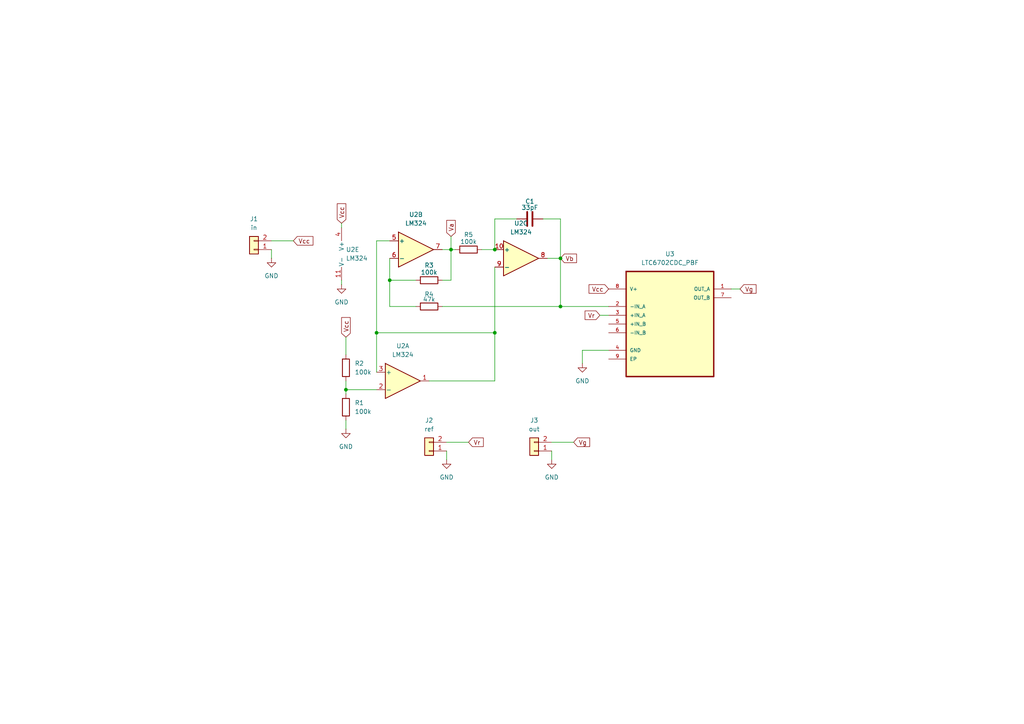
<source format=kicad_sch>
(kicad_sch
	(version 20250114)
	(generator "eeschema")
	(generator_version "9.0")
	(uuid "c173b516-44d1-4fca-b05d-de13b0adf578")
	(paper "A4")
	(lib_symbols
		(symbol "Amplifier_Operational:LM324"
			(pin_names
				(offset 0.127)
			)
			(exclude_from_sim no)
			(in_bom yes)
			(on_board yes)
			(property "Reference" "U"
				(at 0 5.08 0)
				(effects
					(font
						(size 1.27 1.27)
					)
					(justify left)
				)
			)
			(property "Value" "LM324"
				(at 0 -5.08 0)
				(effects
					(font
						(size 1.27 1.27)
					)
					(justify left)
				)
			)
			(property "Footprint" ""
				(at -1.27 2.54 0)
				(effects
					(font
						(size 1.27 1.27)
					)
					(hide yes)
				)
			)
			(property "Datasheet" "http://www.ti.com/lit/ds/symlink/lm2902-n.pdf"
				(at 1.27 5.08 0)
				(effects
					(font
						(size 1.27 1.27)
					)
					(hide yes)
				)
			)
			(property "Description" "Low-Power, Quad-Operational Amplifiers, DIP-14/SOIC-14/SSOP-14"
				(at 0 0 0)
				(effects
					(font
						(size 1.27 1.27)
					)
					(hide yes)
				)
			)
			(property "ki_locked" ""
				(at 0 0 0)
				(effects
					(font
						(size 1.27 1.27)
					)
				)
			)
			(property "ki_keywords" "quad opamp"
				(at 0 0 0)
				(effects
					(font
						(size 1.27 1.27)
					)
					(hide yes)
				)
			)
			(property "ki_fp_filters" "SOIC*3.9x8.7mm*P1.27mm* DIP*W7.62mm* TSSOP*4.4x5mm*P0.65mm* SSOP*5.3x6.2mm*P0.65mm* MSOP*3x3mm*P0.5mm*"
				(at 0 0 0)
				(effects
					(font
						(size 1.27 1.27)
					)
					(hide yes)
				)
			)
			(symbol "LM324_1_1"
				(polyline
					(pts
						(xy -5.08 5.08) (xy 5.08 0) (xy -5.08 -5.08) (xy -5.08 5.08)
					)
					(stroke
						(width 0.254)
						(type default)
					)
					(fill
						(type background)
					)
				)
				(pin input line
					(at -7.62 2.54 0)
					(length 2.54)
					(name "+"
						(effects
							(font
								(size 1.27 1.27)
							)
						)
					)
					(number "3"
						(effects
							(font
								(size 1.27 1.27)
							)
						)
					)
				)
				(pin input line
					(at -7.62 -2.54 0)
					(length 2.54)
					(name "-"
						(effects
							(font
								(size 1.27 1.27)
							)
						)
					)
					(number "2"
						(effects
							(font
								(size 1.27 1.27)
							)
						)
					)
				)
				(pin output line
					(at 7.62 0 180)
					(length 2.54)
					(name "~"
						(effects
							(font
								(size 1.27 1.27)
							)
						)
					)
					(number "1"
						(effects
							(font
								(size 1.27 1.27)
							)
						)
					)
				)
			)
			(symbol "LM324_2_1"
				(polyline
					(pts
						(xy -5.08 5.08) (xy 5.08 0) (xy -5.08 -5.08) (xy -5.08 5.08)
					)
					(stroke
						(width 0.254)
						(type default)
					)
					(fill
						(type background)
					)
				)
				(pin input line
					(at -7.62 2.54 0)
					(length 2.54)
					(name "+"
						(effects
							(font
								(size 1.27 1.27)
							)
						)
					)
					(number "5"
						(effects
							(font
								(size 1.27 1.27)
							)
						)
					)
				)
				(pin input line
					(at -7.62 -2.54 0)
					(length 2.54)
					(name "-"
						(effects
							(font
								(size 1.27 1.27)
							)
						)
					)
					(number "6"
						(effects
							(font
								(size 1.27 1.27)
							)
						)
					)
				)
				(pin output line
					(at 7.62 0 180)
					(length 2.54)
					(name "~"
						(effects
							(font
								(size 1.27 1.27)
							)
						)
					)
					(number "7"
						(effects
							(font
								(size 1.27 1.27)
							)
						)
					)
				)
			)
			(symbol "LM324_3_1"
				(polyline
					(pts
						(xy -5.08 5.08) (xy 5.08 0) (xy -5.08 -5.08) (xy -5.08 5.08)
					)
					(stroke
						(width 0.254)
						(type default)
					)
					(fill
						(type background)
					)
				)
				(pin input line
					(at -7.62 2.54 0)
					(length 2.54)
					(name "+"
						(effects
							(font
								(size 1.27 1.27)
							)
						)
					)
					(number "10"
						(effects
							(font
								(size 1.27 1.27)
							)
						)
					)
				)
				(pin input line
					(at -7.62 -2.54 0)
					(length 2.54)
					(name "-"
						(effects
							(font
								(size 1.27 1.27)
							)
						)
					)
					(number "9"
						(effects
							(font
								(size 1.27 1.27)
							)
						)
					)
				)
				(pin output line
					(at 7.62 0 180)
					(length 2.54)
					(name "~"
						(effects
							(font
								(size 1.27 1.27)
							)
						)
					)
					(number "8"
						(effects
							(font
								(size 1.27 1.27)
							)
						)
					)
				)
			)
			(symbol "LM324_4_1"
				(polyline
					(pts
						(xy -5.08 5.08) (xy 5.08 0) (xy -5.08 -5.08) (xy -5.08 5.08)
					)
					(stroke
						(width 0.254)
						(type default)
					)
					(fill
						(type background)
					)
				)
				(pin input line
					(at -7.62 2.54 0)
					(length 2.54)
					(name "+"
						(effects
							(font
								(size 1.27 1.27)
							)
						)
					)
					(number "12"
						(effects
							(font
								(size 1.27 1.27)
							)
						)
					)
				)
				(pin input line
					(at -7.62 -2.54 0)
					(length 2.54)
					(name "-"
						(effects
							(font
								(size 1.27 1.27)
							)
						)
					)
					(number "13"
						(effects
							(font
								(size 1.27 1.27)
							)
						)
					)
				)
				(pin output line
					(at 7.62 0 180)
					(length 2.54)
					(name "~"
						(effects
							(font
								(size 1.27 1.27)
							)
						)
					)
					(number "14"
						(effects
							(font
								(size 1.27 1.27)
							)
						)
					)
				)
			)
			(symbol "LM324_5_1"
				(pin power_in line
					(at -2.54 7.62 270)
					(length 3.81)
					(name "V+"
						(effects
							(font
								(size 1.27 1.27)
							)
						)
					)
					(number "4"
						(effects
							(font
								(size 1.27 1.27)
							)
						)
					)
				)
				(pin power_in line
					(at -2.54 -7.62 90)
					(length 3.81)
					(name "V-"
						(effects
							(font
								(size 1.27 1.27)
							)
						)
					)
					(number "11"
						(effects
							(font
								(size 1.27 1.27)
							)
						)
					)
				)
			)
			(embedded_fonts no)
		)
		(symbol "Connector_Generic:Conn_01x02"
			(pin_names
				(offset 1.016)
				(hide yes)
			)
			(exclude_from_sim no)
			(in_bom yes)
			(on_board yes)
			(property "Reference" "J"
				(at 0 2.54 0)
				(effects
					(font
						(size 1.27 1.27)
					)
				)
			)
			(property "Value" "Conn_01x02"
				(at 0 -5.08 0)
				(effects
					(font
						(size 1.27 1.27)
					)
				)
			)
			(property "Footprint" ""
				(at 0 0 0)
				(effects
					(font
						(size 1.27 1.27)
					)
					(hide yes)
				)
			)
			(property "Datasheet" "~"
				(at 0 0 0)
				(effects
					(font
						(size 1.27 1.27)
					)
					(hide yes)
				)
			)
			(property "Description" "Generic connector, single row, 01x02, script generated (kicad-library-utils/schlib/autogen/connector/)"
				(at 0 0 0)
				(effects
					(font
						(size 1.27 1.27)
					)
					(hide yes)
				)
			)
			(property "ki_keywords" "connector"
				(at 0 0 0)
				(effects
					(font
						(size 1.27 1.27)
					)
					(hide yes)
				)
			)
			(property "ki_fp_filters" "Connector*:*_1x??_*"
				(at 0 0 0)
				(effects
					(font
						(size 1.27 1.27)
					)
					(hide yes)
				)
			)
			(symbol "Conn_01x02_1_1"
				(rectangle
					(start -1.27 1.27)
					(end 1.27 -3.81)
					(stroke
						(width 0.254)
						(type default)
					)
					(fill
						(type background)
					)
				)
				(rectangle
					(start -1.27 0.127)
					(end 0 -0.127)
					(stroke
						(width 0.1524)
						(type default)
					)
					(fill
						(type none)
					)
				)
				(rectangle
					(start -1.27 -2.413)
					(end 0 -2.667)
					(stroke
						(width 0.1524)
						(type default)
					)
					(fill
						(type none)
					)
				)
				(pin passive line
					(at -5.08 0 0)
					(length 3.81)
					(name "Pin_1"
						(effects
							(font
								(size 1.27 1.27)
							)
						)
					)
					(number "1"
						(effects
							(font
								(size 1.27 1.27)
							)
						)
					)
				)
				(pin passive line
					(at -5.08 -2.54 0)
					(length 3.81)
					(name "Pin_2"
						(effects
							(font
								(size 1.27 1.27)
							)
						)
					)
					(number "2"
						(effects
							(font
								(size 1.27 1.27)
							)
						)
					)
				)
			)
			(embedded_fonts no)
		)
		(symbol "Device:C"
			(pin_numbers
				(hide yes)
			)
			(pin_names
				(offset 0.254)
			)
			(exclude_from_sim no)
			(in_bom yes)
			(on_board yes)
			(property "Reference" "C"
				(at 0.635 2.54 0)
				(effects
					(font
						(size 1.27 1.27)
					)
					(justify left)
				)
			)
			(property "Value" "C"
				(at 0.635 -2.54 0)
				(effects
					(font
						(size 1.27 1.27)
					)
					(justify left)
				)
			)
			(property "Footprint" ""
				(at 0.9652 -3.81 0)
				(effects
					(font
						(size 1.27 1.27)
					)
					(hide yes)
				)
			)
			(property "Datasheet" "~"
				(at 0 0 0)
				(effects
					(font
						(size 1.27 1.27)
					)
					(hide yes)
				)
			)
			(property "Description" "Unpolarized capacitor"
				(at 0 0 0)
				(effects
					(font
						(size 1.27 1.27)
					)
					(hide yes)
				)
			)
			(property "ki_keywords" "cap capacitor"
				(at 0 0 0)
				(effects
					(font
						(size 1.27 1.27)
					)
					(hide yes)
				)
			)
			(property "ki_fp_filters" "C_*"
				(at 0 0 0)
				(effects
					(font
						(size 1.27 1.27)
					)
					(hide yes)
				)
			)
			(symbol "C_0_1"
				(polyline
					(pts
						(xy -2.032 0.762) (xy 2.032 0.762)
					)
					(stroke
						(width 0.508)
						(type default)
					)
					(fill
						(type none)
					)
				)
				(polyline
					(pts
						(xy -2.032 -0.762) (xy 2.032 -0.762)
					)
					(stroke
						(width 0.508)
						(type default)
					)
					(fill
						(type none)
					)
				)
			)
			(symbol "C_1_1"
				(pin passive line
					(at 0 3.81 270)
					(length 2.794)
					(name "~"
						(effects
							(font
								(size 1.27 1.27)
							)
						)
					)
					(number "1"
						(effects
							(font
								(size 1.27 1.27)
							)
						)
					)
				)
				(pin passive line
					(at 0 -3.81 90)
					(length 2.794)
					(name "~"
						(effects
							(font
								(size 1.27 1.27)
							)
						)
					)
					(number "2"
						(effects
							(font
								(size 1.27 1.27)
							)
						)
					)
				)
			)
			(embedded_fonts no)
		)
		(symbol "Device:R"
			(pin_numbers
				(hide yes)
			)
			(pin_names
				(offset 0)
			)
			(exclude_from_sim no)
			(in_bom yes)
			(on_board yes)
			(property "Reference" "R"
				(at 2.032 0 90)
				(effects
					(font
						(size 1.27 1.27)
					)
				)
			)
			(property "Value" "R"
				(at 0 0 90)
				(effects
					(font
						(size 1.27 1.27)
					)
				)
			)
			(property "Footprint" ""
				(at -1.778 0 90)
				(effects
					(font
						(size 1.27 1.27)
					)
					(hide yes)
				)
			)
			(property "Datasheet" "~"
				(at 0 0 0)
				(effects
					(font
						(size 1.27 1.27)
					)
					(hide yes)
				)
			)
			(property "Description" "Resistor"
				(at 0 0 0)
				(effects
					(font
						(size 1.27 1.27)
					)
					(hide yes)
				)
			)
			(property "ki_keywords" "R res resistor"
				(at 0 0 0)
				(effects
					(font
						(size 1.27 1.27)
					)
					(hide yes)
				)
			)
			(property "ki_fp_filters" "R_*"
				(at 0 0 0)
				(effects
					(font
						(size 1.27 1.27)
					)
					(hide yes)
				)
			)
			(symbol "R_0_1"
				(rectangle
					(start -1.016 -2.54)
					(end 1.016 2.54)
					(stroke
						(width 0.254)
						(type default)
					)
					(fill
						(type none)
					)
				)
			)
			(symbol "R_1_1"
				(pin passive line
					(at 0 3.81 270)
					(length 1.27)
					(name "~"
						(effects
							(font
								(size 1.27 1.27)
							)
						)
					)
					(number "1"
						(effects
							(font
								(size 1.27 1.27)
							)
						)
					)
				)
				(pin passive line
					(at 0 -3.81 90)
					(length 1.27)
					(name "~"
						(effects
							(font
								(size 1.27 1.27)
							)
						)
					)
					(number "2"
						(effects
							(font
								(size 1.27 1.27)
							)
						)
					)
				)
			)
			(embedded_fonts no)
		)
		(symbol "LTC6702CDC_PBF:LTC6702CDC_PBF"
			(pin_names
				(offset 1.016)
			)
			(exclude_from_sim no)
			(in_bom yes)
			(on_board yes)
			(property "Reference" "U"
				(at -4.5262 14.0363 0)
				(effects
					(font
						(size 1.27 1.27)
					)
					(justify left bottom)
				)
			)
			(property "Value" "LTC6702CDC_PBF"
				(at -5.57 -21.9492 0)
				(effects
					(font
						(size 1.27 1.27)
					)
					(justify left bottom)
				)
			)
			(property "Footprint" "LTC6702CDC_PBF:DFN200X200X80-9N"
				(at 0 0 0)
				(effects
					(font
						(size 1.27 1.27)
					)
					(justify bottom)
					(hide yes)
				)
			)
			(property "Datasheet" ""
				(at 0 0 0)
				(effects
					(font
						(size 1.27 1.27)
					)
					(hide yes)
				)
			)
			(property "Description" ""
				(at 0 0 0)
				(effects
					(font
						(size 1.27 1.27)
					)
					(hide yes)
				)
			)
			(property "MF" "Analog Devices"
				(at 0 0 0)
				(effects
					(font
						(size 1.27 1.27)
					)
					(justify bottom)
					(hide yes)
				)
			)
			(property "Description_1" "SC-Comps/Micropower, Cut Tape Low Voltage, uPower Dual Comparator"
				(at 0 0 0)
				(effects
					(font
						(size 1.27 1.27)
					)
					(justify bottom)
					(hide yes)
				)
			)
			(property "PACKAGE" "DFN-8"
				(at 0 0 0)
				(effects
					(font
						(size 1.27 1.27)
					)
					(justify bottom)
					(hide yes)
				)
			)
			(property "MPN" "LTC6702IDC#PBF"
				(at 0 0 0)
				(effects
					(font
						(size 1.27 1.27)
					)
					(justify bottom)
					(hide yes)
				)
			)
			(property "Price" "None"
				(at 0 0 0)
				(effects
					(font
						(size 1.27 1.27)
					)
					(justify bottom)
					(hide yes)
				)
			)
			(property "Package" "None"
				(at 0 0 0)
				(effects
					(font
						(size 1.27 1.27)
					)
					(justify bottom)
					(hide yes)
				)
			)
			(property "OC_FARNELL" "-"
				(at 0 0 0)
				(effects
					(font
						(size 1.27 1.27)
					)
					(justify bottom)
					(hide yes)
				)
			)
			(property "SnapEDA_Link" "https://www.snapeda.com/parts/LTC6702CDC%23PBF/Analog+Devices/view-part/?ref=snap"
				(at 0 0 0)
				(effects
					(font
						(size 1.27 1.27)
					)
					(justify bottom)
					(hide yes)
				)
			)
			(property "MP" "LTC6702CDC#PBF"
				(at 0 0 0)
				(effects
					(font
						(size 1.27 1.27)
					)
					(justify bottom)
					(hide yes)
				)
			)
			(property "SUPPLIER" "Linear Technology"
				(at 0 0 0)
				(effects
					(font
						(size 1.27 1.27)
					)
					(justify bottom)
					(hide yes)
				)
			)
			(property "OC_NEWARK" "92R5271"
				(at 0 0 0)
				(effects
					(font
						(size 1.27 1.27)
					)
					(justify bottom)
					(hide yes)
				)
			)
			(property "Availability" "Not in stock"
				(at 0 0 0)
				(effects
					(font
						(size 1.27 1.27)
					)
					(justify bottom)
					(hide yes)
				)
			)
			(property "Check_prices" "https://www.snapeda.com/parts/LTC6702CDC%23PBF/Analog+Devices/view-part/?ref=eda"
				(at 0 0 0)
				(effects
					(font
						(size 1.27 1.27)
					)
					(justify bottom)
					(hide yes)
				)
			)
			(symbol "LTC6702CDC_PBF_0_0"
				(rectangle
					(start -12.7 -17.78)
					(end 12.7 12.7)
					(stroke
						(width 0.4064)
						(type default)
					)
					(fill
						(type background)
					)
				)
				(pin power_in line
					(at -17.78 7.62 0)
					(length 5.08)
					(name "V+"
						(effects
							(font
								(size 1.016 1.016)
							)
						)
					)
					(number "8"
						(effects
							(font
								(size 1.016 1.016)
							)
						)
					)
				)
				(pin input line
					(at -17.78 2.54 0)
					(length 5.08)
					(name "-IN_A"
						(effects
							(font
								(size 1.016 1.016)
							)
						)
					)
					(number "2"
						(effects
							(font
								(size 1.016 1.016)
							)
						)
					)
				)
				(pin input line
					(at -17.78 0 0)
					(length 5.08)
					(name "+IN_A"
						(effects
							(font
								(size 1.016 1.016)
							)
						)
					)
					(number "3"
						(effects
							(font
								(size 1.016 1.016)
							)
						)
					)
				)
				(pin input line
					(at -17.78 -2.54 0)
					(length 5.08)
					(name "+IN_B"
						(effects
							(font
								(size 1.016 1.016)
							)
						)
					)
					(number "5"
						(effects
							(font
								(size 1.016 1.016)
							)
						)
					)
				)
				(pin input line
					(at -17.78 -5.08 0)
					(length 5.08)
					(name "-IN_B"
						(effects
							(font
								(size 1.016 1.016)
							)
						)
					)
					(number "6"
						(effects
							(font
								(size 1.016 1.016)
							)
						)
					)
				)
				(pin passive line
					(at -17.78 -10.16 0)
					(length 5.08)
					(name "GND"
						(effects
							(font
								(size 1.016 1.016)
							)
						)
					)
					(number "4"
						(effects
							(font
								(size 1.016 1.016)
							)
						)
					)
				)
				(pin passive line
					(at -17.78 -12.7 0)
					(length 5.08)
					(name "EP"
						(effects
							(font
								(size 1.016 1.016)
							)
						)
					)
					(number "9"
						(effects
							(font
								(size 1.016 1.016)
							)
						)
					)
				)
				(pin output line
					(at 17.78 7.62 180)
					(length 5.08)
					(name "OUT_A"
						(effects
							(font
								(size 1.016 1.016)
							)
						)
					)
					(number "1"
						(effects
							(font
								(size 1.016 1.016)
							)
						)
					)
				)
				(pin output line
					(at 17.78 5.08 180)
					(length 5.08)
					(name "OUT_B"
						(effects
							(font
								(size 1.016 1.016)
							)
						)
					)
					(number "7"
						(effects
							(font
								(size 1.016 1.016)
							)
						)
					)
				)
			)
			(embedded_fonts no)
		)
		(symbol "power:GND"
			(power)
			(pin_numbers
				(hide yes)
			)
			(pin_names
				(offset 0)
				(hide yes)
			)
			(exclude_from_sim no)
			(in_bom yes)
			(on_board yes)
			(property "Reference" "#PWR"
				(at 0 -6.35 0)
				(effects
					(font
						(size 1.27 1.27)
					)
					(hide yes)
				)
			)
			(property "Value" "GND"
				(at 0 -3.81 0)
				(effects
					(font
						(size 1.27 1.27)
					)
				)
			)
			(property "Footprint" ""
				(at 0 0 0)
				(effects
					(font
						(size 1.27 1.27)
					)
					(hide yes)
				)
			)
			(property "Datasheet" ""
				(at 0 0 0)
				(effects
					(font
						(size 1.27 1.27)
					)
					(hide yes)
				)
			)
			(property "Description" "Power symbol creates a global label with name \"GND\" , ground"
				(at 0 0 0)
				(effects
					(font
						(size 1.27 1.27)
					)
					(hide yes)
				)
			)
			(property "ki_keywords" "global power"
				(at 0 0 0)
				(effects
					(font
						(size 1.27 1.27)
					)
					(hide yes)
				)
			)
			(symbol "GND_0_1"
				(polyline
					(pts
						(xy 0 0) (xy 0 -1.27) (xy 1.27 -1.27) (xy 0 -2.54) (xy -1.27 -1.27) (xy 0 -1.27)
					)
					(stroke
						(width 0)
						(type default)
					)
					(fill
						(type none)
					)
				)
			)
			(symbol "GND_1_1"
				(pin power_in line
					(at 0 0 270)
					(length 0)
					(name "~"
						(effects
							(font
								(size 1.27 1.27)
							)
						)
					)
					(number "1"
						(effects
							(font
								(size 1.27 1.27)
							)
						)
					)
				)
			)
			(embedded_fonts no)
		)
	)
	(junction
		(at 162.56 88.9)
		(diameter 0)
		(color 0 0 0 0)
		(uuid "070f2c8a-feac-45e3-97ec-b043f2c7230d")
	)
	(junction
		(at 143.51 96.52)
		(diameter 0)
		(color 0 0 0 0)
		(uuid "1cd84ae6-d610-42bc-a700-1d0e4125bfb1")
	)
	(junction
		(at 109.22 96.52)
		(diameter 0)
		(color 0 0 0 0)
		(uuid "227371e6-44a1-4ab8-a787-55696831edb8")
	)
	(junction
		(at 100.33 113.03)
		(diameter 0)
		(color 0 0 0 0)
		(uuid "5c1492e8-9ebd-4818-bd36-c67c7676fa2a")
	)
	(junction
		(at 162.56 74.93)
		(diameter 0)
		(color 0 0 0 0)
		(uuid "7b1dfb11-73d5-4187-b3ef-aff19bd8f07a")
	)
	(junction
		(at 113.03 81.28)
		(diameter 0)
		(color 0 0 0 0)
		(uuid "a25f109c-3df8-417e-adf3-5bf2df4b6f74")
	)
	(junction
		(at 130.81 72.39)
		(diameter 0)
		(color 0 0 0 0)
		(uuid "baba5b46-a005-483e-8143-f20a80a50656")
	)
	(junction
		(at 143.51 72.39)
		(diameter 0)
		(color 0 0 0 0)
		(uuid "e99dca8c-e6f8-48c3-991b-92f4e19e9717")
	)
	(wire
		(pts
			(xy 130.81 72.39) (xy 132.08 72.39)
		)
		(stroke
			(width 0)
			(type default)
		)
		(uuid "03b55698-f8d7-415b-ac5d-5aaf2ecad842")
	)
	(wire
		(pts
			(xy 168.91 101.6) (xy 176.53 101.6)
		)
		(stroke
			(width 0)
			(type default)
		)
		(uuid "1199aae5-a09d-4416-aa22-f8a435701dcf")
	)
	(wire
		(pts
			(xy 78.74 69.85) (xy 85.09 69.85)
		)
		(stroke
			(width 0)
			(type default)
		)
		(uuid "18754f6e-93a8-4ccb-847a-8faaaa2c08c8")
	)
	(wire
		(pts
			(xy 162.56 74.93) (xy 162.56 63.5)
		)
		(stroke
			(width 0)
			(type default)
		)
		(uuid "192e1328-8f99-4ce0-ba47-a93fba593aae")
	)
	(wire
		(pts
			(xy 143.51 63.5) (xy 143.51 72.39)
		)
		(stroke
			(width 0)
			(type default)
		)
		(uuid "2300e531-1de9-4a88-9490-06fa4bea6f69")
	)
	(wire
		(pts
			(xy 113.03 74.93) (xy 113.03 81.28)
		)
		(stroke
			(width 0)
			(type default)
		)
		(uuid "271d6536-c8db-4e09-9feb-f26b886412b5")
	)
	(wire
		(pts
			(xy 128.27 72.39) (xy 130.81 72.39)
		)
		(stroke
			(width 0)
			(type default)
		)
		(uuid "397da638-016e-4b48-9fbf-92e6d4ba2577")
	)
	(wire
		(pts
			(xy 100.33 97.79) (xy 100.33 102.87)
		)
		(stroke
			(width 0)
			(type default)
		)
		(uuid "3a31f395-e77d-474b-9f95-473adb5bea30")
	)
	(wire
		(pts
			(xy 109.22 69.85) (xy 113.03 69.85)
		)
		(stroke
			(width 0)
			(type default)
		)
		(uuid "3bee1dbf-23a9-4743-95d0-b2c99eebfe90")
	)
	(wire
		(pts
			(xy 100.33 110.49) (xy 100.33 113.03)
		)
		(stroke
			(width 0)
			(type default)
		)
		(uuid "3e686814-733a-458e-85aa-4fbea3a6fd5f")
	)
	(wire
		(pts
			(xy 162.56 74.93) (xy 162.56 88.9)
		)
		(stroke
			(width 0)
			(type default)
		)
		(uuid "3ef4309b-70b7-4d17-814f-a639daadf578")
	)
	(wire
		(pts
			(xy 78.74 72.39) (xy 78.74 74.93)
		)
		(stroke
			(width 0)
			(type default)
		)
		(uuid "3fd4e43c-ad7c-44fd-8b06-3736bcc2e6ab")
	)
	(wire
		(pts
			(xy 109.22 96.52) (xy 109.22 69.85)
		)
		(stroke
			(width 0)
			(type default)
		)
		(uuid "43c836db-c523-4f54-8cd3-84274522e666")
	)
	(wire
		(pts
			(xy 168.91 105.41) (xy 168.91 101.6)
		)
		(stroke
			(width 0)
			(type default)
		)
		(uuid "45d9ecda-0d6a-4745-8de3-7c968bffa61d")
	)
	(wire
		(pts
			(xy 143.51 77.47) (xy 143.51 96.52)
		)
		(stroke
			(width 0)
			(type default)
		)
		(uuid "48d204e8-1b32-4f6c-a792-e7aeabecc5da")
	)
	(wire
		(pts
			(xy 109.22 96.52) (xy 109.22 107.95)
		)
		(stroke
			(width 0)
			(type default)
		)
		(uuid "511e4829-0d3b-49cb-b6f7-24b193029feb")
	)
	(wire
		(pts
			(xy 173.99 91.44) (xy 176.53 91.44)
		)
		(stroke
			(width 0)
			(type default)
		)
		(uuid "5904e6aa-e351-4f80-9e1b-3ce6ebf1e43e")
	)
	(wire
		(pts
			(xy 129.54 128.27) (xy 135.89 128.27)
		)
		(stroke
			(width 0)
			(type default)
		)
		(uuid "5bf0296c-97f7-441b-af36-4ed13c7d8de4")
	)
	(wire
		(pts
			(xy 130.81 81.28) (xy 130.81 72.39)
		)
		(stroke
			(width 0)
			(type default)
		)
		(uuid "60b77b96-fe3e-4944-b83b-35e0491eb1bd")
	)
	(wire
		(pts
			(xy 99.06 82.55) (xy 99.06 81.28)
		)
		(stroke
			(width 0)
			(type default)
		)
		(uuid "61d760e4-c18b-4ec4-983f-6928d8bc913e")
	)
	(wire
		(pts
			(xy 100.33 121.92) (xy 100.33 124.46)
		)
		(stroke
			(width 0)
			(type default)
		)
		(uuid "63db0a2f-3440-42ae-bd10-7a4d28faaba6")
	)
	(wire
		(pts
			(xy 129.54 130.81) (xy 129.54 133.35)
		)
		(stroke
			(width 0)
			(type default)
		)
		(uuid "6a252470-dc74-4120-ac17-9f04548659f6")
	)
	(wire
		(pts
			(xy 113.03 81.28) (xy 113.03 88.9)
		)
		(stroke
			(width 0)
			(type default)
		)
		(uuid "6f5012b1-a95d-447e-99a4-afa56cc7b590")
	)
	(wire
		(pts
			(xy 113.03 88.9) (xy 120.65 88.9)
		)
		(stroke
			(width 0)
			(type default)
		)
		(uuid "808c273f-316c-4b4f-8f64-e8f0f370bc90")
	)
	(wire
		(pts
			(xy 160.02 130.81) (xy 160.02 133.35)
		)
		(stroke
			(width 0)
			(type default)
		)
		(uuid "87a4418d-a36a-4099-9985-48877e86d7ba")
	)
	(wire
		(pts
			(xy 100.33 113.03) (xy 109.22 113.03)
		)
		(stroke
			(width 0)
			(type default)
		)
		(uuid "8b21c7e9-a8c0-41e2-a7bb-34ebf9332972")
	)
	(wire
		(pts
			(xy 158.75 74.93) (xy 162.56 74.93)
		)
		(stroke
			(width 0)
			(type default)
		)
		(uuid "9688834d-bf7e-4c67-9dc6-2376acc22b5b")
	)
	(wire
		(pts
			(xy 212.09 83.82) (xy 214.63 83.82)
		)
		(stroke
			(width 0)
			(type default)
		)
		(uuid "a237aab5-c9be-486f-b817-bbd25ea12c93")
	)
	(wire
		(pts
			(xy 143.51 63.5) (xy 149.86 63.5)
		)
		(stroke
			(width 0)
			(type default)
		)
		(uuid "a476ca84-874d-449a-8ac8-97f148b7a550")
	)
	(wire
		(pts
			(xy 124.46 110.49) (xy 143.51 110.49)
		)
		(stroke
			(width 0)
			(type default)
		)
		(uuid "a5979534-4d66-42c2-8710-7e13cb41c3f0")
	)
	(wire
		(pts
			(xy 160.02 128.27) (xy 166.37 128.27)
		)
		(stroke
			(width 0)
			(type default)
		)
		(uuid "b4c59c01-4bd2-434d-b048-cf25c85272cf")
	)
	(wire
		(pts
			(xy 128.27 88.9) (xy 162.56 88.9)
		)
		(stroke
			(width 0)
			(type default)
		)
		(uuid "ba903884-27c1-4a9d-8e16-47060f1610ec")
	)
	(wire
		(pts
			(xy 162.56 88.9) (xy 176.53 88.9)
		)
		(stroke
			(width 0)
			(type default)
		)
		(uuid "bae40c28-e4fc-4cab-bd71-fa6aa7bf69a3")
	)
	(wire
		(pts
			(xy 113.03 81.28) (xy 120.65 81.28)
		)
		(stroke
			(width 0)
			(type default)
		)
		(uuid "c6595139-9590-43e8-bc72-2d7630f24069")
	)
	(wire
		(pts
			(xy 100.33 113.03) (xy 100.33 114.3)
		)
		(stroke
			(width 0)
			(type default)
		)
		(uuid "ce24155e-10cd-4fd4-82ec-0aef6cbdca1e")
	)
	(wire
		(pts
			(xy 130.81 68.58) (xy 130.81 72.39)
		)
		(stroke
			(width 0)
			(type default)
		)
		(uuid "d861df14-58da-4220-9855-950b7eade5d3")
	)
	(wire
		(pts
			(xy 99.06 64.77) (xy 99.06 66.04)
		)
		(stroke
			(width 0)
			(type default)
		)
		(uuid "e973be7a-7630-4f40-a378-fa6d6bb6f65f")
	)
	(wire
		(pts
			(xy 109.22 96.52) (xy 143.51 96.52)
		)
		(stroke
			(width 0)
			(type default)
		)
		(uuid "ebb28775-d3d8-40b1-806a-14e95d056d3f")
	)
	(wire
		(pts
			(xy 157.48 63.5) (xy 162.56 63.5)
		)
		(stroke
			(width 0)
			(type default)
		)
		(uuid "ef40f160-85f7-41b8-89af-79d0c3d83469")
	)
	(wire
		(pts
			(xy 128.27 81.28) (xy 130.81 81.28)
		)
		(stroke
			(width 0)
			(type default)
		)
		(uuid "efcfe7c6-2384-43f3-b09c-fb588868b7bd")
	)
	(wire
		(pts
			(xy 143.51 96.52) (xy 143.51 110.49)
		)
		(stroke
			(width 0)
			(type default)
		)
		(uuid "f9641888-e047-4168-bbd3-5578ef098eca")
	)
	(wire
		(pts
			(xy 139.7 72.39) (xy 143.51 72.39)
		)
		(stroke
			(width 0)
			(type default)
		)
		(uuid "fe5814a9-0fab-4dcc-a71d-3e3817be3490")
	)
	(global_label "Vb"
		(shape input)
		(at 162.56 74.93 0)
		(fields_autoplaced yes)
		(effects
			(font
				(size 1.27 1.27)
			)
			(justify left)
		)
		(uuid "3e227a58-001e-43cc-a969-e10822056b42")
		(property "Intersheetrefs" "${INTERSHEET_REFS}"
			(at 167.7828 74.93 0)
			(effects
				(font
					(size 1.27 1.27)
				)
				(justify left)
				(hide yes)
			)
		)
	)
	(global_label "Vg"
		(shape input)
		(at 214.63 83.82 0)
		(fields_autoplaced yes)
		(effects
			(font
				(size 1.27 1.27)
			)
			(justify left)
		)
		(uuid "44d9c31e-6a36-4216-891c-425e5dd864cd")
		(property "Intersheetrefs" "${INTERSHEET_REFS}"
			(at 219.8528 83.82 0)
			(effects
				(font
					(size 1.27 1.27)
				)
				(justify left)
				(hide yes)
			)
		)
	)
	(global_label "Vcc"
		(shape input)
		(at 99.06 64.77 90)
		(fields_autoplaced yes)
		(effects
			(font
				(size 1.27 1.27)
			)
			(justify left)
		)
		(uuid "44e42e1e-9d86-4e14-82a5-8fed3beb3f17")
		(property "Intersheetrefs" "${INTERSHEET_REFS}"
			(at 99.06 58.519 90)
			(effects
				(font
					(size 1.27 1.27)
				)
				(justify left)
				(hide yes)
			)
		)
	)
	(global_label "Vcc"
		(shape input)
		(at 85.09 69.85 0)
		(fields_autoplaced yes)
		(effects
			(font
				(size 1.27 1.27)
			)
			(justify left)
		)
		(uuid "6423add0-59db-45e9-9ad5-318dedc97aac")
		(property "Intersheetrefs" "${INTERSHEET_REFS}"
			(at 91.341 69.85 0)
			(effects
				(font
					(size 1.27 1.27)
				)
				(justify left)
				(hide yes)
			)
		)
	)
	(global_label "Vcc"
		(shape input)
		(at 176.53 83.82 180)
		(fields_autoplaced yes)
		(effects
			(font
				(size 1.27 1.27)
			)
			(justify right)
		)
		(uuid "9ba2b8d4-0011-46bf-abae-a51270512530")
		(property "Intersheetrefs" "${INTERSHEET_REFS}"
			(at 170.279 83.82 0)
			(effects
				(font
					(size 1.27 1.27)
				)
				(justify right)
				(hide yes)
			)
		)
	)
	(global_label "Vr"
		(shape input)
		(at 173.99 91.44 180)
		(fields_autoplaced yes)
		(effects
			(font
				(size 1.27 1.27)
			)
			(justify right)
		)
		(uuid "ba0283de-35e6-4d61-93c1-eda54fad0230")
		(property "Intersheetrefs" "${INTERSHEET_REFS}"
			(at 169.13 91.44 0)
			(effects
				(font
					(size 1.27 1.27)
				)
				(justify right)
				(hide yes)
			)
		)
	)
	(global_label "Vg"
		(shape input)
		(at 166.37 128.27 0)
		(fields_autoplaced yes)
		(effects
			(font
				(size 1.27 1.27)
			)
			(justify left)
		)
		(uuid "cbc27866-28b4-4f57-8ef9-5e51a84d418f")
		(property "Intersheetrefs" "${INTERSHEET_REFS}"
			(at 171.5928 128.27 0)
			(effects
				(font
					(size 1.27 1.27)
				)
				(justify left)
				(hide yes)
			)
		)
	)
	(global_label "Vr"
		(shape input)
		(at 135.89 128.27 0)
		(fields_autoplaced yes)
		(effects
			(font
				(size 1.27 1.27)
			)
			(justify left)
		)
		(uuid "dc37a68e-5c68-47c3-9d54-695d9637f0a4")
		(property "Intersheetrefs" "${INTERSHEET_REFS}"
			(at 140.75 128.27 0)
			(effects
				(font
					(size 1.27 1.27)
				)
				(justify left)
				(hide yes)
			)
		)
	)
	(global_label "Va"
		(shape input)
		(at 130.81 68.58 90)
		(fields_autoplaced yes)
		(effects
			(font
				(size 1.27 1.27)
			)
			(justify left)
		)
		(uuid "de38980c-0bb4-4ecc-b6ba-5ecd91f9aeae")
		(property "Intersheetrefs" "${INTERSHEET_REFS}"
			(at 130.81 63.3572 90)
			(effects
				(font
					(size 1.27 1.27)
				)
				(justify left)
				(hide yes)
			)
		)
	)
	(global_label "Vcc"
		(shape input)
		(at 100.33 97.79 90)
		(fields_autoplaced yes)
		(effects
			(font
				(size 1.27 1.27)
			)
			(justify left)
		)
		(uuid "e7fa0609-8dcb-46b0-9aa5-e79e5e5f53cb")
		(property "Intersheetrefs" "${INTERSHEET_REFS}"
			(at 100.33 91.539 90)
			(effects
				(font
					(size 1.27 1.27)
				)
				(justify left)
				(hide yes)
			)
		)
	)
	(symbol
		(lib_id "Amplifier_Operational:LM324")
		(at 116.84 110.49 0)
		(unit 1)
		(exclude_from_sim no)
		(in_bom yes)
		(on_board yes)
		(dnp no)
		(fields_autoplaced yes)
		(uuid "0aa976e0-e116-4be3-a5e6-70bc9495027c")
		(property "Reference" "U2"
			(at 116.84 100.33 0)
			(effects
				(font
					(size 1.27 1.27)
				)
			)
		)
		(property "Value" "LM324"
			(at 116.84 102.87 0)
			(effects
				(font
					(size 1.27 1.27)
				)
			)
		)
		(property "Footprint" "Package_DIP:DIP-14_W7.62mm"
			(at 115.57 107.95 0)
			(effects
				(font
					(size 1.27 1.27)
				)
				(hide yes)
			)
		)
		(property "Datasheet" "http://www.ti.com/lit/ds/symlink/lm2902-n.pdf"
			(at 118.11 105.41 0)
			(effects
				(font
					(size 1.27 1.27)
				)
				(hide yes)
			)
		)
		(property "Description" "Low-Power, Quad-Operational Amplifiers, DIP-14/SOIC-14/SSOP-14"
			(at 116.84 110.49 0)
			(effects
				(font
					(size 1.27 1.27)
				)
				(hide yes)
			)
		)
		(pin "11"
			(uuid "42b7d318-20c6-4583-9876-6f106b4d982e")
		)
		(pin "1"
			(uuid "53dbe828-a0db-49c7-940f-b4b2d91d4244")
		)
		(pin "7"
			(uuid "a8e24bbc-fd67-4ca4-a45e-7f6fde41263f")
		)
		(pin "9"
			(uuid "05f3d533-3f32-4a02-bbef-10d959215029")
		)
		(pin "13"
			(uuid "a6d4c621-b69b-48b9-a8cb-017a9a8c6792")
		)
		(pin "2"
			(uuid "a85b74ca-8579-4d9f-8583-32192ab47c1c")
		)
		(pin "8"
			(uuid "4f4035b8-b114-4064-987a-35ea432e1579")
		)
		(pin "14"
			(uuid "7514e010-cbf6-4525-855f-d92ac29de76d")
		)
		(pin "4"
			(uuid "064adc2f-f8bd-4167-8332-7174d09df5f6")
		)
		(pin "3"
			(uuid "ca4f7335-57c5-4d6c-a482-e129057d1b85")
		)
		(pin "6"
			(uuid "bfaabeef-5f75-46bf-a6cb-d7b23476ef64")
		)
		(pin "10"
			(uuid "4db17ad2-ca8b-42f8-93c4-eaf3cb90afaf")
		)
		(pin "12"
			(uuid "0dbb21fe-2654-481b-8ff9-73a822002362")
		)
		(pin "5"
			(uuid "4627a236-b58b-4b7a-9e4d-81e3b9548c4d")
		)
		(instances
			(project ""
				(path "/c173b516-44d1-4fca-b05d-de13b0adf578"
					(reference "U2")
					(unit 1)
				)
			)
		)
	)
	(symbol
		(lib_id "Amplifier_Operational:LM324")
		(at 101.6 73.66 0)
		(unit 5)
		(exclude_from_sim no)
		(in_bom yes)
		(on_board yes)
		(dnp no)
		(fields_autoplaced yes)
		(uuid "223c6d6d-54fb-4e2c-933f-fb402e856d9c")
		(property "Reference" "U2"
			(at 100.33 72.3899 0)
			(effects
				(font
					(size 1.27 1.27)
				)
				(justify left)
			)
		)
		(property "Value" "LM324"
			(at 100.33 74.9299 0)
			(effects
				(font
					(size 1.27 1.27)
				)
				(justify left)
			)
		)
		(property "Footprint" "Package_DIP:DIP-14_W7.62mm"
			(at 100.33 71.12 0)
			(effects
				(font
					(size 1.27 1.27)
				)
				(hide yes)
			)
		)
		(property "Datasheet" "http://www.ti.com/lit/ds/symlink/lm2902-n.pdf"
			(at 102.87 68.58 0)
			(effects
				(font
					(size 1.27 1.27)
				)
				(hide yes)
			)
		)
		(property "Description" "Low-Power, Quad-Operational Amplifiers, DIP-14/SOIC-14/SSOP-14"
			(at 101.6 73.66 0)
			(effects
				(font
					(size 1.27 1.27)
				)
				(hide yes)
			)
		)
		(pin "4"
			(uuid "f41b275c-6a46-482e-ac8a-cb67b9ceb8ae")
		)
		(pin "11"
			(uuid "daa94650-75eb-4c17-aa0b-659e9dd4f5de")
		)
		(pin "7"
			(uuid "a0f84714-6adf-43ea-ae92-bca5ca90328d")
		)
		(pin "10"
			(uuid "42ca5d0a-73c9-4556-9ed2-dbf9fac3c10c")
		)
		(pin "2"
			(uuid "c51ca20b-a8e4-4f4a-9efc-4ac3561b2bfd")
		)
		(pin "5"
			(uuid "6d2be7b5-1223-47d9-bc6c-791715a6c4a8")
		)
		(pin "9"
			(uuid "36cb048c-8cff-4a17-b67e-feae3a6410e5")
		)
		(pin "3"
			(uuid "c6377ec3-8378-4ef1-9bcb-3b2ed006f39b")
		)
		(pin "6"
			(uuid "69eec8fe-eaff-4b89-97a0-a5054d3a39ad")
		)
		(pin "1"
			(uuid "5ee26c59-7762-481f-bb21-d7abe0d342e9")
		)
		(pin "8"
			(uuid "36347a11-db54-4b03-8ccc-10e9286fec95")
		)
		(pin "12"
			(uuid "7fd21401-e266-4cc8-8c7d-b9ec53e7ba2a")
		)
		(pin "13"
			(uuid "6ddc020a-e402-4358-9224-b7ed09a0566f")
		)
		(pin "14"
			(uuid "a22205ab-2c51-4ec7-b415-a60ecc95efa2")
		)
		(instances
			(project ""
				(path "/c173b516-44d1-4fca-b05d-de13b0adf578"
					(reference "U2")
					(unit 5)
				)
			)
		)
	)
	(symbol
		(lib_id "power:GND")
		(at 100.33 124.46 0)
		(unit 1)
		(exclude_from_sim no)
		(in_bom yes)
		(on_board yes)
		(dnp no)
		(fields_autoplaced yes)
		(uuid "362dfd98-3e3e-43bf-ad69-9d1d95581e46")
		(property "Reference" "#PWR01"
			(at 100.33 130.81 0)
			(effects
				(font
					(size 1.27 1.27)
				)
				(hide yes)
			)
		)
		(property "Value" "GND"
			(at 100.33 129.54 0)
			(effects
				(font
					(size 1.27 1.27)
				)
			)
		)
		(property "Footprint" ""
			(at 100.33 124.46 0)
			(effects
				(font
					(size 1.27 1.27)
				)
				(hide yes)
			)
		)
		(property "Datasheet" ""
			(at 100.33 124.46 0)
			(effects
				(font
					(size 1.27 1.27)
				)
				(hide yes)
			)
		)
		(property "Description" "Power symbol creates a global label with name \"GND\" , ground"
			(at 100.33 124.46 0)
			(effects
				(font
					(size 1.27 1.27)
				)
				(hide yes)
			)
		)
		(pin "1"
			(uuid "0dbfe2a7-9438-46ec-ba91-b297c0b597d3")
		)
		(instances
			(project ""
				(path "/c173b516-44d1-4fca-b05d-de13b0adf578"
					(reference "#PWR01")
					(unit 1)
				)
			)
		)
	)
	(symbol
		(lib_id "power:GND")
		(at 168.91 105.41 0)
		(unit 1)
		(exclude_from_sim no)
		(in_bom yes)
		(on_board yes)
		(dnp no)
		(fields_autoplaced yes)
		(uuid "3b3b53c8-89a7-4efb-89e1-cd325faef3e6")
		(property "Reference" "#PWR02"
			(at 168.91 111.76 0)
			(effects
				(font
					(size 1.27 1.27)
				)
				(hide yes)
			)
		)
		(property "Value" "GND"
			(at 168.91 110.49 0)
			(effects
				(font
					(size 1.27 1.27)
				)
			)
		)
		(property "Footprint" ""
			(at 168.91 105.41 0)
			(effects
				(font
					(size 1.27 1.27)
				)
				(hide yes)
			)
		)
		(property "Datasheet" ""
			(at 168.91 105.41 0)
			(effects
				(font
					(size 1.27 1.27)
				)
				(hide yes)
			)
		)
		(property "Description" "Power symbol creates a global label with name \"GND\" , ground"
			(at 168.91 105.41 0)
			(effects
				(font
					(size 1.27 1.27)
				)
				(hide yes)
			)
		)
		(pin "1"
			(uuid "1a953814-7f1d-4d0e-9f81-73815bee06be")
		)
		(instances
			(project "pwm_pcb"
				(path "/c173b516-44d1-4fca-b05d-de13b0adf578"
					(reference "#PWR02")
					(unit 1)
				)
			)
		)
	)
	(symbol
		(lib_id "Device:R")
		(at 100.33 118.11 0)
		(unit 1)
		(exclude_from_sim no)
		(in_bom yes)
		(on_board yes)
		(dnp no)
		(fields_autoplaced yes)
		(uuid "3dec275d-621f-468b-9c06-4476ffa784f3")
		(property "Reference" "R1"
			(at 102.87 116.8399 0)
			(effects
				(font
					(size 1.27 1.27)
				)
				(justify left)
			)
		)
		(property "Value" "100k"
			(at 102.87 119.3799 0)
			(effects
				(font
					(size 1.27 1.27)
				)
				(justify left)
			)
		)
		(property "Footprint" "Resistor_THT:R_Axial_DIN0204_L3.6mm_D1.6mm_P5.08mm_Horizontal"
			(at 98.552 118.11 90)
			(effects
				(font
					(size 1.27 1.27)
				)
				(hide yes)
			)
		)
		(property "Datasheet" "~"
			(at 100.33 118.11 0)
			(effects
				(font
					(size 1.27 1.27)
				)
				(hide yes)
			)
		)
		(property "Description" "Resistor"
			(at 100.33 118.11 0)
			(effects
				(font
					(size 1.27 1.27)
				)
				(hide yes)
			)
		)
		(pin "2"
			(uuid "eb55f8a6-7b64-4f35-b25f-8b327d42ddaf")
		)
		(pin "1"
			(uuid "ec43fc5d-1c65-4b8a-bcbd-c2971b4abd0d")
		)
		(instances
			(project ""
				(path "/c173b516-44d1-4fca-b05d-de13b0adf578"
					(reference "R1")
					(unit 1)
				)
			)
		)
	)
	(symbol
		(lib_id "LTC6702CDC_PBF:LTC6702CDC_PBF")
		(at 194.31 91.44 0)
		(unit 1)
		(exclude_from_sim no)
		(in_bom yes)
		(on_board yes)
		(dnp no)
		(fields_autoplaced yes)
		(uuid "420a546a-1f3a-4986-9755-d5724cec1dd3")
		(property "Reference" "U3"
			(at 194.31 73.66 0)
			(effects
				(font
					(size 1.27 1.27)
				)
			)
		)
		(property "Value" "LTC6702CDC_PBF"
			(at 194.31 76.2 0)
			(effects
				(font
					(size 1.27 1.27)
				)
			)
		)
		(property "Footprint" "LTC6702CTS8_TRMPBF:SOT65P280X100-8N"
			(at 194.31 91.44 0)
			(effects
				(font
					(size 1.27 1.27)
				)
				(justify bottom)
				(hide yes)
			)
		)
		(property "Datasheet" ""
			(at 194.31 91.44 0)
			(effects
				(font
					(size 1.27 1.27)
				)
				(hide yes)
			)
		)
		(property "Description" ""
			(at 194.31 91.44 0)
			(effects
				(font
					(size 1.27 1.27)
				)
				(hide yes)
			)
		)
		(property "MF" "Analog Devices"
			(at 194.31 91.44 0)
			(effects
				(font
					(size 1.27 1.27)
				)
				(justify bottom)
				(hide yes)
			)
		)
		(property "Description_1" "SC-Comps/Micropower, Cut Tape Low Voltage, uPower Dual Comparator"
			(at 194.31 91.44 0)
			(effects
				(font
					(size 1.27 1.27)
				)
				(justify bottom)
				(hide yes)
			)
		)
		(property "PACKAGE" "DFN-8"
			(at 194.31 91.44 0)
			(effects
				(font
					(size 1.27 1.27)
				)
				(justify bottom)
				(hide yes)
			)
		)
		(property "MPN" "LTC6702IDC#PBF"
			(at 194.31 91.44 0)
			(effects
				(font
					(size 1.27 1.27)
				)
				(justify bottom)
				(hide yes)
			)
		)
		(property "Price" "None"
			(at 194.31 91.44 0)
			(effects
				(font
					(size 1.27 1.27)
				)
				(justify bottom)
				(hide yes)
			)
		)
		(property "Package" "None"
			(at 194.31 91.44 0)
			(effects
				(font
					(size 1.27 1.27)
				)
				(justify bottom)
				(hide yes)
			)
		)
		(property "OC_FARNELL" "-"
			(at 194.31 91.44 0)
			(effects
				(font
					(size 1.27 1.27)
				)
				(justify bottom)
				(hide yes)
			)
		)
		(property "SnapEDA_Link" "https://www.snapeda.com/parts/LTC6702CDC%23PBF/Analog+Devices/view-part/?ref=snap"
			(at 194.31 91.44 0)
			(effects
				(font
					(size 1.27 1.27)
				)
				(justify bottom)
				(hide yes)
			)
		)
		(property "MP" "LTC6702CDC#PBF"
			(at 194.31 91.44 0)
			(effects
				(font
					(size 1.27 1.27)
				)
				(justify bottom)
				(hide yes)
			)
		)
		(property "SUPPLIER" "Linear Technology"
			(at 194.31 91.44 0)
			(effects
				(font
					(size 1.27 1.27)
				)
				(justify bottom)
				(hide yes)
			)
		)
		(property "OC_NEWARK" "92R5271"
			(at 194.31 91.44 0)
			(effects
				(font
					(size 1.27 1.27)
				)
				(justify bottom)
				(hide yes)
			)
		)
		(property "Availability" "Not in stock"
			(at 194.31 91.44 0)
			(effects
				(font
					(size 1.27 1.27)
				)
				(justify bottom)
				(hide yes)
			)
		)
		(property "Check_prices" "https://www.snapeda.com/parts/LTC6702CDC%23PBF/Analog+Devices/view-part/?ref=eda"
			(at 194.31 91.44 0)
			(effects
				(font
					(size 1.27 1.27)
				)
				(justify bottom)
				(hide yes)
			)
		)
		(pin "2"
			(uuid "b599efd3-3b34-4a6b-862d-772b259d7b9e")
		)
		(pin "5"
			(uuid "dede6b9e-59cb-48f1-b50b-0752e46e2616")
		)
		(pin "8"
			(uuid "bb963062-d203-4158-b4c8-3bb301d0c017")
		)
		(pin "7"
			(uuid "766d48d9-769c-40e0-bc56-9bffba814408")
		)
		(pin "6"
			(uuid "a3614061-ffbc-4977-808b-612bac88dbe8")
		)
		(pin "4"
			(uuid "270b7bd6-9699-4ed0-b333-9ac40acabc53")
		)
		(pin "3"
			(uuid "b6c2397b-92de-4443-8454-ace0ca37e188")
		)
		(pin "9"
			(uuid "b1df1485-33d5-4092-8abc-1cce7aae51eb")
		)
		(pin "1"
			(uuid "78682442-6c19-4bfc-9fab-9a7399085698")
		)
		(instances
			(project ""
				(path "/c173b516-44d1-4fca-b05d-de13b0adf578"
					(reference "U3")
					(unit 1)
				)
			)
		)
	)
	(symbol
		(lib_id "Device:R")
		(at 124.46 88.9 90)
		(unit 1)
		(exclude_from_sim no)
		(in_bom yes)
		(on_board yes)
		(dnp no)
		(uuid "576c0bb5-6174-47a9-a9f0-6812133ff63c")
		(property "Reference" "R4"
			(at 124.46 85.344 90)
			(effects
				(font
					(size 1.27 1.27)
				)
			)
		)
		(property "Value" "47k"
			(at 124.46 86.868 90)
			(effects
				(font
					(size 1.27 1.27)
				)
			)
		)
		(property "Footprint" "Potentiometer_THT:Potentiometer_Bourns_3296W_Vertical"
			(at 124.46 90.678 90)
			(effects
				(font
					(size 1.27 1.27)
				)
				(hide yes)
			)
		)
		(property "Datasheet" "~"
			(at 124.46 88.9 0)
			(effects
				(font
					(size 1.27 1.27)
				)
				(hide yes)
			)
		)
		(property "Description" "Resistor"
			(at 124.46 88.9 0)
			(effects
				(font
					(size 1.27 1.27)
				)
				(hide yes)
			)
		)
		(pin "2"
			(uuid "ebd5fe93-dec1-49f1-b633-ff8efbbb328b")
		)
		(pin "1"
			(uuid "3b3ce683-9aef-42c5-82c1-dc808ad89582")
		)
		(instances
			(project "pwm_pcb"
				(path "/c173b516-44d1-4fca-b05d-de13b0adf578"
					(reference "R4")
					(unit 1)
				)
			)
		)
	)
	(symbol
		(lib_id "Amplifier_Operational:LM324")
		(at 151.13 74.93 0)
		(unit 3)
		(exclude_from_sim no)
		(in_bom yes)
		(on_board yes)
		(dnp no)
		(fields_autoplaced yes)
		(uuid "6877bdcf-83a2-421a-8429-1f71ec2d5f30")
		(property "Reference" "U2"
			(at 151.13 64.77 0)
			(effects
				(font
					(size 1.27 1.27)
				)
			)
		)
		(property "Value" "LM324"
			(at 151.13 67.31 0)
			(effects
				(font
					(size 1.27 1.27)
				)
			)
		)
		(property "Footprint" "Package_DIP:DIP-14_W7.62mm"
			(at 149.86 72.39 0)
			(effects
				(font
					(size 1.27 1.27)
				)
				(hide yes)
			)
		)
		(property "Datasheet" "http://www.ti.com/lit/ds/symlink/lm2902-n.pdf"
			(at 152.4 69.85 0)
			(effects
				(font
					(size 1.27 1.27)
				)
				(hide yes)
			)
		)
		(property "Description" "Low-Power, Quad-Operational Amplifiers, DIP-14/SOIC-14/SSOP-14"
			(at 151.13 74.93 0)
			(effects
				(font
					(size 1.27 1.27)
				)
				(hide yes)
			)
		)
		(pin "11"
			(uuid "42b7d318-20c6-4583-9876-6f106b4d982f")
		)
		(pin "1"
			(uuid "53dbe828-a0db-49c7-940f-b4b2d91d4245")
		)
		(pin "7"
			(uuid "a8e24bbc-fd67-4ca4-a45e-7f6fde412640")
		)
		(pin "9"
			(uuid "05f3d533-3f32-4a02-bbef-10d95921502a")
		)
		(pin "13"
			(uuid "a6d4c621-b69b-48b9-a8cb-017a9a8c6793")
		)
		(pin "2"
			(uuid "a85b74ca-8579-4d9f-8583-32192ab47c1d")
		)
		(pin "8"
			(uuid "4f4035b8-b114-4064-987a-35ea432e157a")
		)
		(pin "14"
			(uuid "7514e010-cbf6-4525-855f-d92ac29de76e")
		)
		(pin "4"
			(uuid "064adc2f-f8bd-4167-8332-7174d09df5f7")
		)
		(pin "3"
			(uuid "ca4f7335-57c5-4d6c-a482-e129057d1b86")
		)
		(pin "6"
			(uuid "bfaabeef-5f75-46bf-a6cb-d7b23476ef65")
		)
		(pin "10"
			(uuid "4db17ad2-ca8b-42f8-93c4-eaf3cb90afb0")
		)
		(pin "12"
			(uuid "0dbb21fe-2654-481b-8ff9-73a822002363")
		)
		(pin "5"
			(uuid "4627a236-b58b-4b7a-9e4d-81e3b9548c4e")
		)
		(instances
			(project ""
				(path "/c173b516-44d1-4fca-b05d-de13b0adf578"
					(reference "U2")
					(unit 3)
				)
			)
		)
	)
	(symbol
		(lib_id "Device:R")
		(at 100.33 106.68 0)
		(unit 1)
		(exclude_from_sim no)
		(in_bom yes)
		(on_board yes)
		(dnp no)
		(fields_autoplaced yes)
		(uuid "8cc5b889-fd03-427f-9138-11da725f8c45")
		(property "Reference" "R2"
			(at 102.87 105.4099 0)
			(effects
				(font
					(size 1.27 1.27)
				)
				(justify left)
			)
		)
		(property "Value" "100k"
			(at 102.87 107.9499 0)
			(effects
				(font
					(size 1.27 1.27)
				)
				(justify left)
			)
		)
		(property "Footprint" "Resistor_THT:R_Axial_DIN0204_L3.6mm_D1.6mm_P5.08mm_Horizontal"
			(at 98.552 106.68 90)
			(effects
				(font
					(size 1.27 1.27)
				)
				(hide yes)
			)
		)
		(property "Datasheet" "~"
			(at 100.33 106.68 0)
			(effects
				(font
					(size 1.27 1.27)
				)
				(hide yes)
			)
		)
		(property "Description" "Resistor"
			(at 100.33 106.68 0)
			(effects
				(font
					(size 1.27 1.27)
				)
				(hide yes)
			)
		)
		(pin "2"
			(uuid "0a8e0252-ada5-400e-8b16-d9d1520636dc")
		)
		(pin "1"
			(uuid "beaaac3e-5568-4430-a813-508ee85c35c6")
		)
		(instances
			(project ""
				(path "/c173b516-44d1-4fca-b05d-de13b0adf578"
					(reference "R2")
					(unit 1)
				)
			)
		)
	)
	(symbol
		(lib_id "Device:C")
		(at 153.67 63.5 90)
		(unit 1)
		(exclude_from_sim no)
		(in_bom yes)
		(on_board yes)
		(dnp no)
		(uuid "adc7b11c-a2ac-42eb-bc2c-dde73567fac3")
		(property "Reference" "C1"
			(at 153.67 58.42 90)
			(effects
				(font
					(size 1.27 1.27)
				)
			)
		)
		(property "Value" "33pF"
			(at 153.67 60.198 90)
			(effects
				(font
					(size 1.27 1.27)
				)
			)
		)
		(property "Footprint" "Capacitor_THT:C_Disc_D3.0mm_W1.6mm_P2.50mm"
			(at 157.48 62.5348 0)
			(effects
				(font
					(size 1.27 1.27)
				)
				(hide yes)
			)
		)
		(property "Datasheet" "~"
			(at 153.67 63.5 0)
			(effects
				(font
					(size 1.27 1.27)
				)
				(hide yes)
			)
		)
		(property "Description" "Unpolarized capacitor"
			(at 153.67 63.5 0)
			(effects
				(font
					(size 1.27 1.27)
				)
				(hide yes)
			)
		)
		(pin "1"
			(uuid "051d0ca1-485c-48b6-93a7-7cfdf0c82fa3")
		)
		(pin "2"
			(uuid "c3db7615-f2f8-4f8f-992f-042c664a8602")
		)
		(instances
			(project ""
				(path "/c173b516-44d1-4fca-b05d-de13b0adf578"
					(reference "C1")
					(unit 1)
				)
			)
		)
	)
	(symbol
		(lib_id "Amplifier_Operational:LM324")
		(at 120.65 72.39 0)
		(unit 2)
		(exclude_from_sim no)
		(in_bom yes)
		(on_board yes)
		(dnp no)
		(fields_autoplaced yes)
		(uuid "b8752188-0648-4781-80be-f5fdecdae3b1")
		(property "Reference" "U2"
			(at 120.65 62.23 0)
			(effects
				(font
					(size 1.27 1.27)
				)
			)
		)
		(property "Value" "LM324"
			(at 120.65 64.77 0)
			(effects
				(font
					(size 1.27 1.27)
				)
			)
		)
		(property "Footprint" "Package_DIP:DIP-14_W7.62mm"
			(at 119.38 69.85 0)
			(effects
				(font
					(size 1.27 1.27)
				)
				(hide yes)
			)
		)
		(property "Datasheet" "http://www.ti.com/lit/ds/symlink/lm2902-n.pdf"
			(at 121.92 67.31 0)
			(effects
				(font
					(size 1.27 1.27)
				)
				(hide yes)
			)
		)
		(property "Description" "Low-Power, Quad-Operational Amplifiers, DIP-14/SOIC-14/SSOP-14"
			(at 120.65 72.39 0)
			(effects
				(font
					(size 1.27 1.27)
				)
				(hide yes)
			)
		)
		(pin "11"
			(uuid "42b7d318-20c6-4583-9876-6f106b4d9830")
		)
		(pin "1"
			(uuid "53dbe828-a0db-49c7-940f-b4b2d91d4246")
		)
		(pin "7"
			(uuid "a8e24bbc-fd67-4ca4-a45e-7f6fde412641")
		)
		(pin "9"
			(uuid "05f3d533-3f32-4a02-bbef-10d95921502b")
		)
		(pin "13"
			(uuid "a6d4c621-b69b-48b9-a8cb-017a9a8c6794")
		)
		(pin "2"
			(uuid "a85b74ca-8579-4d9f-8583-32192ab47c1e")
		)
		(pin "8"
			(uuid "4f4035b8-b114-4064-987a-35ea432e157b")
		)
		(pin "14"
			(uuid "7514e010-cbf6-4525-855f-d92ac29de76f")
		)
		(pin "4"
			(uuid "064adc2f-f8bd-4167-8332-7174d09df5f8")
		)
		(pin "3"
			(uuid "ca4f7335-57c5-4d6c-a482-e129057d1b87")
		)
		(pin "6"
			(uuid "bfaabeef-5f75-46bf-a6cb-d7b23476ef66")
		)
		(pin "10"
			(uuid "4db17ad2-ca8b-42f8-93c4-eaf3cb90afb1")
		)
		(pin "12"
			(uuid "0dbb21fe-2654-481b-8ff9-73a822002364")
		)
		(pin "5"
			(uuid "4627a236-b58b-4b7a-9e4d-81e3b9548c4f")
		)
		(instances
			(project ""
				(path "/c173b516-44d1-4fca-b05d-de13b0adf578"
					(reference "U2")
					(unit 2)
				)
			)
		)
	)
	(symbol
		(lib_id "Device:R")
		(at 135.89 72.39 90)
		(unit 1)
		(exclude_from_sim no)
		(in_bom yes)
		(on_board yes)
		(dnp no)
		(uuid "be50a72e-9c22-4bf5-b009-e55c3a0ace3a")
		(property "Reference" "R5"
			(at 135.89 68.072 90)
			(effects
				(font
					(size 1.27 1.27)
				)
			)
		)
		(property "Value" "100k"
			(at 135.89 70.104 90)
			(effects
				(font
					(size 1.27 1.27)
				)
			)
		)
		(property "Footprint" "Resistor_THT:R_Axial_DIN0204_L3.6mm_D1.6mm_P5.08mm_Horizontal"
			(at 135.89 74.168 90)
			(effects
				(font
					(size 1.27 1.27)
				)
				(hide yes)
			)
		)
		(property "Datasheet" "~"
			(at 135.89 72.39 0)
			(effects
				(font
					(size 1.27 1.27)
				)
				(hide yes)
			)
		)
		(property "Description" "Resistor"
			(at 135.89 72.39 0)
			(effects
				(font
					(size 1.27 1.27)
				)
				(hide yes)
			)
		)
		(pin "2"
			(uuid "27589670-c6a7-4fa7-9327-21f5c2c3ea71")
		)
		(pin "1"
			(uuid "e49d2892-9bce-4a32-b1f3-5996c885d472")
		)
		(instances
			(project "pwm_pcb"
				(path "/c173b516-44d1-4fca-b05d-de13b0adf578"
					(reference "R5")
					(unit 1)
				)
			)
		)
	)
	(symbol
		(lib_id "Connector_Generic:Conn_01x02")
		(at 124.46 130.81 180)
		(unit 1)
		(exclude_from_sim no)
		(in_bom yes)
		(on_board yes)
		(dnp no)
		(fields_autoplaced yes)
		(uuid "c201a60f-e802-4a13-8209-b1a24342405e")
		(property "Reference" "J2"
			(at 124.46 121.92 0)
			(effects
				(font
					(size 1.27 1.27)
				)
			)
		)
		(property "Value" "ref"
			(at 124.46 124.46 0)
			(effects
				(font
					(size 1.27 1.27)
				)
			)
		)
		(property "Footprint" "TerminalBlock_Phoenix:TerminalBlock_Phoenix_MKDS-1,5-2-5.08_1x02_P5.08mm_Horizontal"
			(at 124.46 130.81 0)
			(effects
				(font
					(size 1.27 1.27)
				)
				(hide yes)
			)
		)
		(property "Datasheet" "~"
			(at 124.46 130.81 0)
			(effects
				(font
					(size 1.27 1.27)
				)
				(hide yes)
			)
		)
		(property "Description" "Generic connector, single row, 01x02, script generated (kicad-library-utils/schlib/autogen/connector/)"
			(at 124.46 130.81 0)
			(effects
				(font
					(size 1.27 1.27)
				)
				(hide yes)
			)
		)
		(pin "1"
			(uuid "124c1c0a-1adc-4132-905e-5a7ce7b62207")
		)
		(pin "2"
			(uuid "9cf90330-0f7a-4034-9d7f-3452bee78cb8")
		)
		(instances
			(project "pwm_pcb"
				(path "/c173b516-44d1-4fca-b05d-de13b0adf578"
					(reference "J2")
					(unit 1)
				)
			)
		)
	)
	(symbol
		(lib_id "power:GND")
		(at 78.74 74.93 0)
		(unit 1)
		(exclude_from_sim no)
		(in_bom yes)
		(on_board yes)
		(dnp no)
		(fields_autoplaced yes)
		(uuid "c2286bc0-3bbc-4057-b225-7b49a483e057")
		(property "Reference" "#PWR04"
			(at 78.74 81.28 0)
			(effects
				(font
					(size 1.27 1.27)
				)
				(hide yes)
			)
		)
		(property "Value" "GND"
			(at 78.74 80.01 0)
			(effects
				(font
					(size 1.27 1.27)
				)
			)
		)
		(property "Footprint" ""
			(at 78.74 74.93 0)
			(effects
				(font
					(size 1.27 1.27)
				)
				(hide yes)
			)
		)
		(property "Datasheet" ""
			(at 78.74 74.93 0)
			(effects
				(font
					(size 1.27 1.27)
				)
				(hide yes)
			)
		)
		(property "Description" "Power symbol creates a global label with name \"GND\" , ground"
			(at 78.74 74.93 0)
			(effects
				(font
					(size 1.27 1.27)
				)
				(hide yes)
			)
		)
		(pin "1"
			(uuid "54794042-5688-42e8-abf7-4d54aed187b6")
		)
		(instances
			(project ""
				(path "/c173b516-44d1-4fca-b05d-de13b0adf578"
					(reference "#PWR04")
					(unit 1)
				)
			)
		)
	)
	(symbol
		(lib_id "power:GND")
		(at 99.06 82.55 0)
		(unit 1)
		(exclude_from_sim no)
		(in_bom yes)
		(on_board yes)
		(dnp no)
		(fields_autoplaced yes)
		(uuid "c5416ab8-926c-47aa-90d6-9513a398096e")
		(property "Reference" "#PWR03"
			(at 99.06 88.9 0)
			(effects
				(font
					(size 1.27 1.27)
				)
				(hide yes)
			)
		)
		(property "Value" "GND"
			(at 99.06 87.63 0)
			(effects
				(font
					(size 1.27 1.27)
				)
			)
		)
		(property "Footprint" ""
			(at 99.06 82.55 0)
			(effects
				(font
					(size 1.27 1.27)
				)
				(hide yes)
			)
		)
		(property "Datasheet" ""
			(at 99.06 82.55 0)
			(effects
				(font
					(size 1.27 1.27)
				)
				(hide yes)
			)
		)
		(property "Description" "Power symbol creates a global label with name \"GND\" , ground"
			(at 99.06 82.55 0)
			(effects
				(font
					(size 1.27 1.27)
				)
				(hide yes)
			)
		)
		(pin "1"
			(uuid "08330054-610b-46b3-9597-5043c05dba96")
		)
		(instances
			(project "pwm_pcb"
				(path "/c173b516-44d1-4fca-b05d-de13b0adf578"
					(reference "#PWR03")
					(unit 1)
				)
			)
		)
	)
	(symbol
		(lib_id "Device:R")
		(at 124.46 81.28 90)
		(unit 1)
		(exclude_from_sim no)
		(in_bom yes)
		(on_board yes)
		(dnp no)
		(uuid "cdf1d416-83fe-4ad3-af20-6ca2bcd4091a")
		(property "Reference" "R3"
			(at 124.46 76.962 90)
			(effects
				(font
					(size 1.27 1.27)
				)
			)
		)
		(property "Value" "100k"
			(at 124.46 78.994 90)
			(effects
				(font
					(size 1.27 1.27)
				)
			)
		)
		(property "Footprint" "Resistor_THT:R_Axial_DIN0204_L3.6mm_D1.6mm_P5.08mm_Horizontal"
			(at 124.46 83.058 90)
			(effects
				(font
					(size 1.27 1.27)
				)
				(hide yes)
			)
		)
		(property "Datasheet" "~"
			(at 124.46 81.28 0)
			(effects
				(font
					(size 1.27 1.27)
				)
				(hide yes)
			)
		)
		(property "Description" "Resistor"
			(at 124.46 81.28 0)
			(effects
				(font
					(size 1.27 1.27)
				)
				(hide yes)
			)
		)
		(pin "2"
			(uuid "034887d2-8bcf-4e1b-b0a1-b01ac976a11a")
		)
		(pin "1"
			(uuid "f8096410-70dc-4450-b772-ffc8fb41c7d0")
		)
		(instances
			(project "pwm_pcb"
				(path "/c173b516-44d1-4fca-b05d-de13b0adf578"
					(reference "R3")
					(unit 1)
				)
			)
		)
	)
	(symbol
		(lib_id "Connector_Generic:Conn_01x02")
		(at 154.94 130.81 180)
		(unit 1)
		(exclude_from_sim no)
		(in_bom yes)
		(on_board yes)
		(dnp no)
		(fields_autoplaced yes)
		(uuid "d0d3f2cd-256c-4719-a131-fb7ca1f3cffc")
		(property "Reference" "J3"
			(at 154.94 121.92 0)
			(effects
				(font
					(size 1.27 1.27)
				)
			)
		)
		(property "Value" "out"
			(at 154.94 124.46 0)
			(effects
				(font
					(size 1.27 1.27)
				)
			)
		)
		(property "Footprint" "TerminalBlock_Phoenix:TerminalBlock_Phoenix_MKDS-1,5-2-5.08_1x02_P5.08mm_Horizontal"
			(at 154.94 130.81 0)
			(effects
				(font
					(size 1.27 1.27)
				)
				(hide yes)
			)
		)
		(property "Datasheet" "~"
			(at 154.94 130.81 0)
			(effects
				(font
					(size 1.27 1.27)
				)
				(hide yes)
			)
		)
		(property "Description" "Generic connector, single row, 01x02, script generated (kicad-library-utils/schlib/autogen/connector/)"
			(at 154.94 130.81 0)
			(effects
				(font
					(size 1.27 1.27)
				)
				(hide yes)
			)
		)
		(pin "1"
			(uuid "57816a16-516d-4943-9c19-be2792d1cc24")
		)
		(pin "2"
			(uuid "614fcdff-7244-4610-b627-18712c228158")
		)
		(instances
			(project "pwm_pcb"
				(path "/c173b516-44d1-4fca-b05d-de13b0adf578"
					(reference "J3")
					(unit 1)
				)
			)
		)
	)
	(symbol
		(lib_id "power:GND")
		(at 160.02 133.35 0)
		(unit 1)
		(exclude_from_sim no)
		(in_bom yes)
		(on_board yes)
		(dnp no)
		(fields_autoplaced yes)
		(uuid "da4f4e3e-b751-493a-97e1-68dfb68d7644")
		(property "Reference" "#PWR06"
			(at 160.02 139.7 0)
			(effects
				(font
					(size 1.27 1.27)
				)
				(hide yes)
			)
		)
		(property "Value" "GND"
			(at 160.02 138.43 0)
			(effects
				(font
					(size 1.27 1.27)
				)
			)
		)
		(property "Footprint" ""
			(at 160.02 133.35 0)
			(effects
				(font
					(size 1.27 1.27)
				)
				(hide yes)
			)
		)
		(property "Datasheet" ""
			(at 160.02 133.35 0)
			(effects
				(font
					(size 1.27 1.27)
				)
				(hide yes)
			)
		)
		(property "Description" "Power symbol creates a global label with name \"GND\" , ground"
			(at 160.02 133.35 0)
			(effects
				(font
					(size 1.27 1.27)
				)
				(hide yes)
			)
		)
		(pin "1"
			(uuid "bfaeff3b-3660-4a44-9695-e60b8d0d42b2")
		)
		(instances
			(project "pwm_pcb"
				(path "/c173b516-44d1-4fca-b05d-de13b0adf578"
					(reference "#PWR06")
					(unit 1)
				)
			)
		)
	)
	(symbol
		(lib_id "power:GND")
		(at 129.54 133.35 0)
		(unit 1)
		(exclude_from_sim no)
		(in_bom yes)
		(on_board yes)
		(dnp no)
		(fields_autoplaced yes)
		(uuid "e8ac4ac8-664f-48ae-b519-e01441e1dba5")
		(property "Reference" "#PWR05"
			(at 129.54 139.7 0)
			(effects
				(font
					(size 1.27 1.27)
				)
				(hide yes)
			)
		)
		(property "Value" "GND"
			(at 129.54 138.43 0)
			(effects
				(font
					(size 1.27 1.27)
				)
			)
		)
		(property "Footprint" ""
			(at 129.54 133.35 0)
			(effects
				(font
					(size 1.27 1.27)
				)
				(hide yes)
			)
		)
		(property "Datasheet" ""
			(at 129.54 133.35 0)
			(effects
				(font
					(size 1.27 1.27)
				)
				(hide yes)
			)
		)
		(property "Description" "Power symbol creates a global label with name \"GND\" , ground"
			(at 129.54 133.35 0)
			(effects
				(font
					(size 1.27 1.27)
				)
				(hide yes)
			)
		)
		(pin "1"
			(uuid "4580a57d-35ba-42bb-a3f3-500c59fbceca")
		)
		(instances
			(project "pwm_pcb"
				(path "/c173b516-44d1-4fca-b05d-de13b0adf578"
					(reference "#PWR05")
					(unit 1)
				)
			)
		)
	)
	(symbol
		(lib_id "Connector_Generic:Conn_01x02")
		(at 73.66 72.39 180)
		(unit 1)
		(exclude_from_sim no)
		(in_bom yes)
		(on_board yes)
		(dnp no)
		(fields_autoplaced yes)
		(uuid "f658d16f-173d-43e2-a642-317ab5295a17")
		(property "Reference" "J1"
			(at 73.66 63.5 0)
			(effects
				(font
					(size 1.27 1.27)
				)
			)
		)
		(property "Value" "in"
			(at 73.66 66.04 0)
			(effects
				(font
					(size 1.27 1.27)
				)
			)
		)
		(property "Footprint" "TerminalBlock_Phoenix:TerminalBlock_Phoenix_MKDS-1,5-2-5.08_1x02_P5.08mm_Horizontal"
			(at 73.66 72.39 0)
			(effects
				(font
					(size 1.27 1.27)
				)
				(hide yes)
			)
		)
		(property "Datasheet" "~"
			(at 73.66 72.39 0)
			(effects
				(font
					(size 1.27 1.27)
				)
				(hide yes)
			)
		)
		(property "Description" "Generic connector, single row, 01x02, script generated (kicad-library-utils/schlib/autogen/connector/)"
			(at 73.66 72.39 0)
			(effects
				(font
					(size 1.27 1.27)
				)
				(hide yes)
			)
		)
		(pin "1"
			(uuid "66914727-324d-4ff1-9361-0ec059935f34")
		)
		(pin "2"
			(uuid "248044e8-3c93-4e21-b6a3-c0b25a04db1e")
		)
		(instances
			(project ""
				(path "/c173b516-44d1-4fca-b05d-de13b0adf578"
					(reference "J1")
					(unit 1)
				)
			)
		)
	)
	(sheet_instances
		(path "/"
			(page "1")
		)
	)
	(embedded_fonts no)
)

</source>
